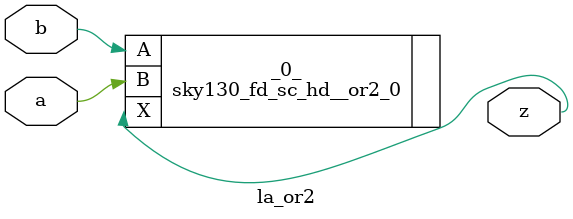
<source format=v>
/* Generated by Yosys 0.37 (git sha1 a5c7f69ed, clang 14.0.0-1ubuntu1.1 -fPIC -Os) */

module la_or2(a, b, z);
  input a;
  wire a;
  input b;
  wire b;
  output z;
  wire z;
  sky130_fd_sc_hd__or2_0 _0_ (
    .A(b),
    .B(a),
    .X(z)
  );
endmodule

</source>
